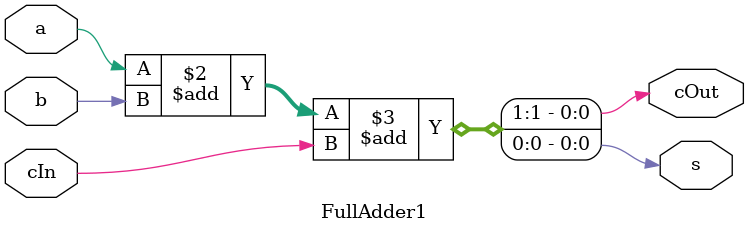
<source format=v>
module FullAdder1(input a,b,cIn,output reg s,cOut);
  always @(*)
    {cOut,s}=a+b+cIn;
endmodule

</source>
